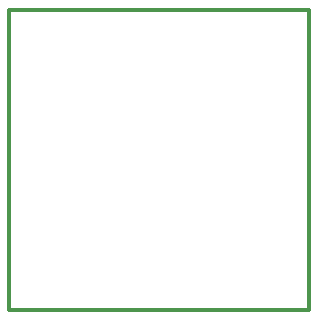
<source format=gm1>
G04 #@! TF.GenerationSoftware,KiCad,Pcbnew,9.0.4*
G04 #@! TF.CreationDate,2025-11-10T08:14:31+01:00*
G04 #@! TF.ProjectId,CodecModule,436f6465-634d-46f6-9475-6c652e6b6963,rev?*
G04 #@! TF.SameCoordinates,Original*
G04 #@! TF.FileFunction,Profile,NP*
%FSLAX46Y46*%
G04 Gerber Fmt 4.6, Leading zero omitted, Abs format (unit mm)*
G04 Created by KiCad (PCBNEW 9.0.4) date 2025-11-10 08:14:31*
%MOMM*%
%LPD*%
G01*
G04 APERTURE LIST*
G04 #@! TA.AperFunction,Profile*
%ADD10C,0.300000*%
G04 #@! TD*
G04 APERTURE END LIST*
D10*
X25400000Y-25400000D02*
X25400000Y-50800000D01*
X25400000Y-50800000D02*
X50800000Y-50800000D01*
X50800000Y-25400000D02*
X25400000Y-25400000D01*
X50800000Y-50800000D02*
X50800000Y-25400000D01*
M02*

</source>
